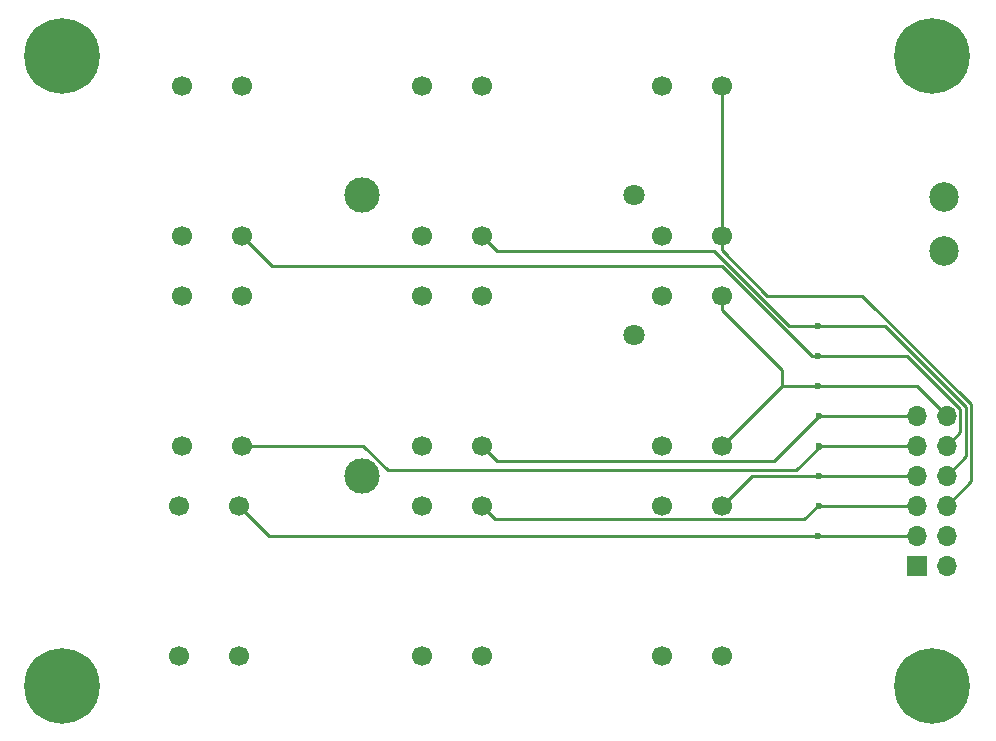
<source format=gbr>
G04 #@! TF.FileFunction,Copper,L1,Top,Signal*
%FSLAX46Y46*%
G04 Gerber Fmt 4.6, Leading zero omitted, Abs format (unit mm)*
G04 Created by KiCad (PCBNEW 4.0.6) date 05/18/18 15:07:17*
%MOMM*%
%LPD*%
G01*
G04 APERTURE LIST*
%ADD10C,0.100000*%
%ADD11C,1.700000*%
%ADD12C,1.800000*%
%ADD13C,3.000000*%
%ADD14R,1.700000X1.700000*%
%ADD15O,1.700000X1.700000*%
%ADD16C,6.400000*%
%ADD17C,2.500000*%
%ADD18C,0.600000*%
%ADD19C,0.250000*%
G04 APERTURE END LIST*
D10*
D11*
X124460000Y-149860000D03*
X129540000Y-149860000D03*
X129540000Y-137160000D03*
X124460000Y-137160000D03*
D12*
X122170000Y-128610000D03*
X122170000Y-140510000D03*
D13*
X99060000Y-128610000D03*
X99060000Y-152400000D03*
D14*
X146050000Y-160020000D03*
D15*
X148590000Y-160020000D03*
X146050000Y-157480000D03*
X148590000Y-157480000D03*
X146050000Y-154940000D03*
X148590000Y-154940000D03*
X146050000Y-152400000D03*
X148590000Y-152400000D03*
X146050000Y-149860000D03*
X148590000Y-149860000D03*
X146050000Y-147320000D03*
X148590000Y-147320000D03*
D16*
X147320000Y-170180000D03*
X147320000Y-116840000D03*
X73660000Y-116840000D03*
X73660000Y-170180000D03*
D11*
X83820000Y-149860000D03*
X88900000Y-149860000D03*
X88900000Y-137160000D03*
X83820000Y-137160000D03*
X83566000Y-167640000D03*
X88646000Y-167640000D03*
X88646000Y-154940000D03*
X83566000Y-154940000D03*
X104140000Y-167640000D03*
X109220000Y-167640000D03*
X109220000Y-154940000D03*
X104140000Y-154940000D03*
X124460000Y-167640000D03*
X129540000Y-167640000D03*
X129540000Y-154940000D03*
X124460000Y-154940000D03*
X104140000Y-149860000D03*
X109220000Y-149860000D03*
X109220000Y-137160000D03*
X104140000Y-137160000D03*
X83820000Y-132080000D03*
X88900000Y-132080000D03*
X88900000Y-119380000D03*
X83820000Y-119380000D03*
X104140000Y-132080000D03*
X109220000Y-132080000D03*
X109220000Y-119380000D03*
X104140000Y-119380000D03*
X124460000Y-132080000D03*
X129540000Y-132080000D03*
X129540000Y-119380000D03*
X124460000Y-119380000D03*
D17*
X148336000Y-128778000D03*
X148336000Y-133378000D03*
D18*
X137668000Y-157480000D03*
X137800000Y-154940000D03*
X137800000Y-152400000D03*
X137668000Y-139700000D03*
X137800000Y-149860000D03*
X137668000Y-142240000D03*
X137800000Y-147320000D03*
X137668000Y-144780000D03*
D19*
X137668000Y-157480000D02*
X139700000Y-157480000D01*
X91186000Y-157480000D02*
X137668000Y-157480000D01*
X88646000Y-154940000D02*
X91186000Y-157480000D01*
X139700000Y-157480000D02*
X146050000Y-157480000D01*
X137668000Y-154940000D02*
X137800000Y-154940000D01*
X146050000Y-154940000D02*
X137668000Y-154940000D01*
X137668000Y-154940000D02*
X136492999Y-156115001D01*
X136492999Y-156115001D02*
X110395001Y-156115001D01*
X110395001Y-156115001D02*
X109220000Y-154940000D01*
X129540000Y-119380000D02*
X129540000Y-132080000D01*
X129540000Y-132080000D02*
X129540000Y-133282081D01*
X129540000Y-133282081D02*
X133417919Y-137160000D01*
X133417919Y-137160000D02*
X139700000Y-137160000D01*
X139695000Y-137160000D02*
X141441822Y-137160000D01*
X141441822Y-137160000D02*
X150665021Y-146383199D01*
X150665021Y-146383199D02*
X150665021Y-152864979D01*
X150665021Y-152864979D02*
X148590000Y-154940000D01*
X137800000Y-152400000D02*
X139700000Y-152400000D01*
X137800000Y-152400000D02*
X132080000Y-152400000D01*
X132080000Y-152400000D02*
X129540000Y-154940000D01*
X139700000Y-152400000D02*
X146050000Y-152400000D01*
X137668000Y-139700000D02*
X139700000Y-139700000D01*
X135255000Y-139700000D02*
X137668000Y-139700000D01*
X109220000Y-132080000D02*
X110490000Y-133350000D01*
X110490000Y-133350000D02*
X128905000Y-133350000D01*
X128905000Y-133350000D02*
X135255000Y-139700000D01*
X139695000Y-139700000D02*
X143345412Y-139700000D01*
X143345412Y-139700000D02*
X150215011Y-146569599D01*
X150215011Y-146569599D02*
X150215011Y-150774989D01*
X150215011Y-150774989D02*
X148590000Y-152400000D01*
X137922000Y-149860000D02*
X137800000Y-149860000D01*
X146050000Y-149860000D02*
X137922000Y-149860000D01*
X137922000Y-149860000D02*
X135832010Y-151949990D01*
X135832010Y-151949990D02*
X101310992Y-151949990D01*
X101310992Y-151949990D02*
X99221002Y-149860000D01*
X99221002Y-149860000D02*
X88900000Y-149860000D01*
X137922000Y-142240000D02*
X139700000Y-142240000D01*
X137158590Y-142240000D02*
X137922000Y-142240000D01*
X137922000Y-142240000D02*
X137668000Y-142240000D01*
X88900000Y-132080000D02*
X91440000Y-134620000D01*
X91440000Y-134620000D02*
X129538590Y-134620000D01*
X129538590Y-134620000D02*
X137158590Y-142240000D01*
X139695000Y-142240000D02*
X145249002Y-142240000D01*
X145249002Y-142240000D02*
X149765001Y-146755999D01*
X149765001Y-146755999D02*
X149765001Y-148684999D01*
X149765001Y-148684999D02*
X148590000Y-149860000D01*
X137800000Y-147320000D02*
X139700000Y-147320000D01*
X109220000Y-149860000D02*
X110490000Y-151130000D01*
X110490000Y-151130000D02*
X133990000Y-151130000D01*
X133990000Y-151130000D02*
X137800000Y-147320000D01*
X139700000Y-147320000D02*
X146050000Y-147320000D01*
X137668000Y-144780000D02*
X139700000Y-144780000D01*
X134620000Y-144780000D02*
X137668000Y-144780000D01*
X129540000Y-137160000D02*
X129540000Y-138362081D01*
X129540000Y-138362081D02*
X134620000Y-143442081D01*
X134620000Y-143442081D02*
X134620000Y-144780000D01*
X129540000Y-149860000D02*
X134620000Y-144780000D01*
X139700000Y-144780000D02*
X146050000Y-144780000D01*
X146050000Y-144780000D02*
X148590000Y-147320000D01*
M02*

</source>
